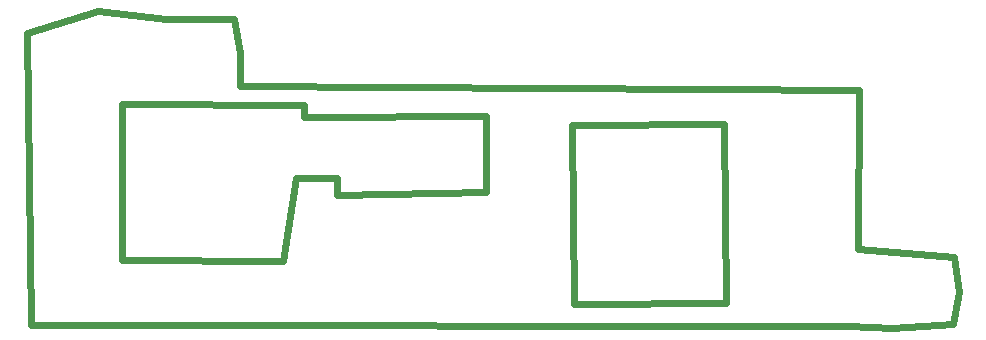
<source format=gbr>
%FSLAX34Y34*%
%MOMM*%
%LNOUTLINE*%
G71*
G01*
%ADD10C,0.600*%
%LPD*%
G54D10*
X77655Y55172D02*
X214148Y54438D01*
X224374Y124443D01*
X259374Y124504D01*
X259400Y109504D01*
X385702Y112092D01*
X385589Y177092D01*
X231346Y176308D01*
X231328Y186308D01*
X77572Y186551D01*
X77439Y55194D01*
G54D10*
X700769Y198821D02*
X177000Y202000D01*
X177000Y230000D01*
X172000Y259000D01*
X115000Y259000D01*
X57266Y265475D01*
X-3000Y247000D01*
X0Y0D01*
X693354Y-715D01*
X729000Y-3000D01*
X781000Y1000D01*
X786000Y28000D01*
X782000Y57000D01*
X700507Y64510D01*
X701769Y198821D01*
G54D10*
X458727Y168747D02*
X587122Y169868D01*
X588440Y18874D01*
X460044Y17753D01*
X458727Y168747D01*
M02*

</source>
